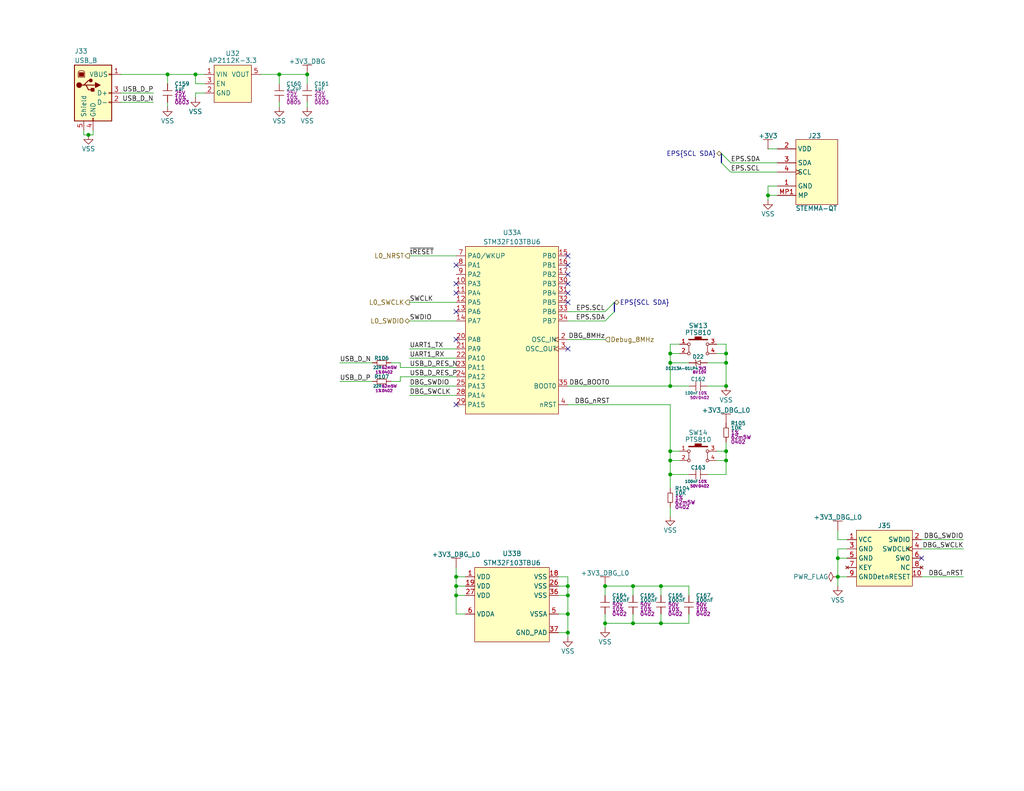
<source format=kicad_sch>
(kicad_sch (version 20250114) (generator "eeschema") (generator_version "9.0")
  (paper "USLetter")
  (title_block (title "STM32L0 Debugger") (date "2025-03-31") (rev "1") (comment 2 "PROTOTYPE") (comment 3 "2025"))
  (lib_symbols
    (symbol "STM32F103TBU6_1"
      (property "Reference" "U" (at 0 26.67 0))
      (property "Value" "STM32F103TBU6" (at 0 24.13 0))
      (symbol "STM32F103TBU6_1_1_0"
        (pin bidirectional line (at -15.24 20.32 0) (length 2.54) (name "PA0/WKUP") (number "7"))
        (pin bidirectional line (at -15.24 17.78 0) (length 2.54) (name "PA1") (number "8"))
        (pin bidirectional line (at -15.24 15.24 0) (length 2.54) (name "PA2") (number "9"))
        (pin bidirectional line (at -15.24 12.7 0) (length 2.54) (name "PA3") (number "10"))
        (pin bidirectional line (at -15.24 10.16 0) (length 2.54) (name "PA4") (number "11"))
        (pin bidirectional line (at -15.24 7.62 0) (length 2.54) (name "PA5") (number "12"))
        (pin bidirectional line (at -15.24 5.08 0) (length 2.54) (name "PA6") (number "13"))
        (pin bidirectional line (at -15.24 2.54 0) (length 2.54) (name "PA7") (number "14"))
        (pin bidirectional line (at -15.24 -2.54 0) (length 2.54) (name "PA8") (number "20"))
        (pin bidirectional line (at -15.24 -5.08 0) (length 2.54) (name "PA9") (number "21"))
        (pin bidirectional line (at -15.24 -7.62 0) (length 2.54) (name "PA10") (number "22"))
        (pin bidirectional line (at -15.24 -10.16 0) (length 2.54) (name "PA11") (number "23"))
        (pin bidirectional line (at -15.24 -12.7 0) (length 2.54) (name "PA12") (number "24"))
        (pin bidirectional line (at -15.24 -15.24 0) (length 2.54) (name "PA13") (number "25"))
        (pin bidirectional line (at -15.24 -17.78 0) (length 2.54) (name "PA14") (number "28"))
        (pin bidirectional line (at -15.24 -20.32 0) (length 2.54) (name "PA15") (number "29"))
        (pin bidirectional line (at 15.24 20.32 180) (length 2.54) (name "PB0") (number "15"))
        (pin bidirectional line (at 15.24 17.78 180) (length 2.54) (name "PB1") (number "16"))
        (pin bidirectional line (at 15.24 15.24 180) (length 2.54) (name "PB2") (number "17"))
        (pin bidirectional line (at 15.24 12.7 180) (length 2.54) (name "PB3") (number "30"))
        (pin bidirectional line (at 15.24 10.16 180) (length 2.54) (name "PB4") (number "31"))
        (pin bidirectional line (at 15.24 7.62 180) (length 2.54) (name "PB5") (number "32"))
        (pin bidirectional line (at 15.24 5.08 180) (length 2.54) (name "PB6") (number "33"))
        (pin bidirectional line (at 15.24 2.54 180) (length 2.54) (name "PB7") (number "34"))
        (pin input clock (at 15.24 -2.54 180) (length 2.54) (name "OSC_IN") (number "2"))
        (pin output clock (at 15.24 -5.08 180) (length 2.54) (name "OSC_OUT") (number "3"))
        (pin input line (at 15.24 -15.24 180) (length 2.54) (name "BOOT0") (number "35"))
        (pin input line (at 15.24 -20.32 180) (length 2.54) (name "nRST") (number "4"))
      )
      (symbol "STM32F103TBU6_1_1_1"
        (rectangle (start -12.7 22.86) (end 12.7 -22.86) (fill (type background)))
      )
      (symbol "STM32F103TBU6_1_2_0"
        (pin power_in line (at -12.7 7.62 0) (length 2.54) (name "VDD") (number "1"))
        (pin power_in line (at -12.7 5.08 0) (length 2.54) (name "VDD") (number "19"))
        (pin power_in line (at -12.7 2.54 0) (length 2.54) (name "VDD") (number "27"))
        (pin power_in line (at -12.7 -2.54 0) (length 2.54) (name "VDDA") (number "6"))
        (pin power_in line (at 12.7 7.62 180) (length 2.54) (name "VSS") (number "18"))
        (pin power_in line (at 12.7 5.08 180) (length 2.54) (name "VSS") (number "26"))
        (pin power_in line (at 12.7 2.54 180) (length 2.54) (name "VSS") (number "36"))
        (pin power_in line (at 12.7 -2.54 180) (length 2.54) (name "VSSA") (number "5"))
        (pin power_in line (at 12.7 -7.62 180) (length 2.54) (name "GND_PAD") (number "37"))
      )
      (symbol "STM32F103TBU6_1_2_1"
        (rectangle (start -10.16 10.16) (end 10.16 -10.16) (fill (type background)))
      )
    )
    (symbol "lib_pwr:+3V3" (power) (pin_numbers (hide yes)) (pin_names (offset 0) (hide yes))
      (property "Value" "+3V3" (at 0 3.556 0))
      (symbol "+3V3_0_1"
        (polyline (pts (xy -1.27 2.54) (xy 0 2.54)))
        (polyline (pts (xy 0 2.54) (xy 1.27 2.54)))
        (polyline (pts (xy 0 0) (xy 0 2.54)))
      )
      (symbol "+3V3_1_1"
        (pin power_in line (at 0 0 90) (length 0) (name "~") (number "1"))
      )
    )
    (symbol "lib_pwr:+3V3_DBG" (power) (pin_numbers (hide yes)) (pin_names (offset 0) (hide yes))
      (property "Value" "+3V3_DBG" (at 0 3.556 0))
      (symbol "+3V3_DBG_0_1"
        (polyline (pts (xy -1.27 2.54) (xy 0 2.54)))
        (polyline (pts (xy 0 2.54) (xy 1.27 2.54)))
        (polyline (pts (xy 0 0) (xy 0 2.54)))
      )
      (symbol "+3V3_DBG_1_1"
        (pin power_in line (at 0 0 90) (length 0) (name "~") (number "1"))
      )
    )
    (symbol "lib_pwr:+3V3_DBG_L0" (power) (pin_numbers (hide yes)) (pin_names (offset 0) (hide yes))
      (property "Value" "+3V3_DBG_L0" (at 0 3.556 0))
      (symbol "+3V3_DBG_L0_0_1"
        (polyline (pts (xy -1.27 2.54) (xy 0 2.54)))
        (polyline (pts (xy 0 2.54) (xy 1.27 2.54)))
        (polyline (pts (xy 0 0) (xy 0 2.54)))
      )
      (symbol "+3V3_DBG_L0_1_1"
        (pin power_in line (at 0 0 90) (length 0) (name "~") (number "1"))
      )
    )
    (symbol "lib_pwr:PWR_FLAG" (power) (pin_numbers (hide yes)) (pin_names (offset 0) (hide yes))
      (property "Value" "PWR_FLAG" (at 0 3.81 0))
      (symbol "PWR_FLAG_0_1"
        (polyline (pts (xy 0 1.27) (xy -1.27 1.905) (xy 0 2.54) (xy 1.27 1.905) (xy 0 1.27)))
        (polyline (pts (xy 0 0) (xy 0 1.27)))
      )
      (symbol "PWR_FLAG_1_1"
        (pin power_out line (at 0 0 90) (length 0) (name "~") (number "1"))
      )
    )
    (symbol "lib_pwr:VSS" (power) (pin_numbers (hide yes)) (pin_names (offset 0) (hide yes))
      (property "Value" "VSS" (at 0 -3.81 0))
      (symbol "VSS_0_1"
        (polyline (pts (xy 0 0) (xy 0 -1.27) (xy 1.27 -1.27) (xy 0 -2.54) (xy -1.27 -1.27) (xy 0 -1.27)))
      )
      (symbol "VSS_1_1"
        (pin power_in line (at 0 0 270) (length 0) (name "~") (number "1"))
      )
    )
    (symbol "lib_sch:AP2112K"
      (property "Reference" "U?" (at 0 8.255 0))
      (property "Value" "AP2112K" (at 0 6.35 0))
      (symbol "AP2112K_0_0"
        (pin power_in line (at -7.62 2.54 0) (length 2.54) (name "VIN") (number "1"))
        (pin input line (at -7.62 0 0) (length 2.54) (name "EN") (number "3"))
        (pin passive line (at -7.62 -2.54 0) (length 2.54) (name "GND") (number "2"))
        (pin power_out line (at 7.62 2.54 180) (length 2.54) (name "VOUT") (number "5"))
      )
      (symbol "AP2112K_1_0"
        (pin no_connect non_logic (at 7.62 -2.54 180) (length 2.54) (hide yes) (name "NC") (number "4"))
      )
      (symbol "AP2112K_1_1"
        (rectangle (start -5.08 5.08) (end 5.08 -5.08) (fill (type background)))
      )
    )
    (symbol "lib_sch:C" (pin_numbers (hide yes)) (pin_names (hide yes))
      (property "Reference" "C?" (at 1.905 2.54 0))
      (property "Value" "CAP" (at 1.905 1.27 0))
      (property "Tolerance" "TOL" (at 1.905 -1.27 0))
      (property "Voltage Rating" "VOLTAGE" (at 1.905 0 0))
      (property "Package" "PKG" (at 1.905 -2.54 0))
      (symbol "C_0_1"
        (polyline (pts (xy -1.27 0.635) (xy 1.27 0.635)))
        (polyline (pts (xy -1.27 -0.635) (xy 1.27 -0.635)))
      )
      (symbol "C_1_1"
        (pin passive line (at 0 2.54 270) (length 1.905) (name "") (number "1"))
        (pin passive line (at 0 -2.54 90) (length 1.905) (name "") (number "2"))
      )
    )
    (symbol "lib_sch:C_horizontal"
      (property "Reference" "C?" (at 0 1.905 0))
      (property "Value" "CAP" (at 0 -1.905 0))
      (property "Tolerance" "TOL" (at 0 -1.905 0))
      (property "Voltage Rating" "VOLT" (at 0 -3.175 0))
      (property "Package" "PKG" (at 0 -3.175 0))
      (symbol "C_horizontal_0_1"
        (polyline (pts (xy -0.635 -1.27) (xy -0.635 1.27)))
        (polyline (pts (xy 0.635 -1.27) (xy 0.635 1.27)))
      )
      (symbol "C_horizontal_1_1"
        (pin passive line (at -2.54 0 0) (length 1.905) (name "") (number "1"))
        (pin passive line (at 2.54 0 180) (length 1.905) (name "") (number "2"))
      )
    )
    (symbol "lib_sch:D_TVS_single_horizontal" (pin_numbers (hide yes))
      (property "Reference" "D" (at 0 1.651 0))
      (property "Value" "VAL" (at 0 -1.524 0))
      (property "Voltage - Reverse Stabdoff" "VRM" (at 0 -1.524 0))
      (property "Voltage - Breakdown" "VBR" (at 0 -2.54 0))
      (property "Voltage - Clamping" "VCL" (at 0 -2.54 0))
      (symbol "D_TVS_single_horizontal_0_1"
        (polyline (pts (xy 0.635 0) (xy 0.635 0.635) (xy 0.889 0.889)))
        (polyline (pts (xy 0.635 0) (xy 0.635 -0.635) (xy 0.381 -0.889)))
      )
      (symbol "D_TVS_single_horizontal_1_0"
        (pin passive line (at -2.54 0 0) (length 1.905) (name "") (number "2"))
        (pin passive line (at 2.54 0 180) (length 1.905) (name "") (number "1"))
      )
      (symbol "D_TVS_single_horizontal_1_1"
        (polyline (pts (xy -0.635 0.635) (xy -0.635 -0.635) (xy 0.635 0) (xy -0.635 0.635)) (stroke (width 0.1524)))
      )
    )
    (symbol "lib_sch:JTAG-10"
      (property "Reference" "J?" (at 0 8.89 0))
      (symbol "JTAG-10_0_0"
        (pin power_in line (at -10.16 5.08 0) (length 2.54) (name "VCC") (number "1"))
        (pin no_connect line (at -10.16 -2.54 0) (length 2.54) (name "KEY") (number "7"))
        (pin input line (at 10.16 -5.08 180) (length 2.54) (name "nRESET") (number "10"))
      )
      (symbol "JTAG-10_1_0"
        (pin power_in line (at -10.16 2.54 0) (length 2.54) (name "GND") (number "3"))
        (pin power_in line (at -10.16 0 0) (length 2.54) (name "GND") (number "5"))
        (pin power_in line (at -10.16 -5.08 0) (length 2.54) (name "GNDDet") (number "9"))
        (pin bidirectional line (at 10.16 5.08 180) (length 2.54) (name "SWDIO") (number "2"))
        (pin input clock (at 10.16 2.54 180) (length 2.54) (name "SWDCLK") (number "4"))
        (pin output line (at 10.16 0 180) (length 2.54) (name "SWO") (number "6"))
        (pin no_connect line (at 10.16 -2.54 180) (length 2.54) (name "NC") (number "8"))
      )
      (symbol "JTAG-10_1_1"
        (rectangle (start -7.62 7.62) (end 7.62 -7.62) (fill (type background)))
      )
    )
    (symbol "lib_sch:R"
      (property "Reference" "R?" (at 1.27 2.54 0))
      (property "Value" "VAL" (at 1.27 1.27 0))
      (property "Tolerance" "TOL" (at 1.27 0 0))
      (property "Power Rating" "PWR" (at 1.27 -1.27 0))
      (property "Package" "PKG" (at 1.27 -2.54 0))
      (symbol "R_0_1"
        (polyline (pts (xy -0.635 1.27) (xy -0.635 -1.27) (xy 0.635 -1.27) (xy 0.635 1.27) (xy -0.635 1.27)))
      )
      (symbol "R_1_1"
        (pin passive line (at 0 2.54 270) (length 1.27) (name "") (number "1"))
        (pin passive line (at 0 -2.54 90) (length 1.27) (name "") (number "2"))
      )
    )
    (symbol "lib_sch:R_horizontal"
      (property "Reference" "R?" (at 0 1.27 0))
      (property "Value" "VAL" (at 0 -1.27 0))
      (property "Tolerance" "TOL" (at 0 -2.54 0))
      (property "Power Rating" "PWR" (at 0 -1.27 0))
      (property "Package" "PKG" (at 0 -2.54 0))
      (symbol "R_horizontal_0_1"
        (polyline (pts (xy -1.27 -0.635) (xy 1.27 -0.635) (xy 1.27 0.635) (xy -1.27 0.635) (xy -1.27 -0.635)))
      )
      (symbol "R_horizontal_1_1"
        (pin passive line (at -2.54 0 0) (length 1.27) (name "") (number "1"))
        (pin passive line (at 2.54 0 180) (length 1.27) (name "") (number "2"))
      )
    )
    (symbol "lib_sch:SPST-NO Button" (pin_names (offset 1.016))
      (property "Reference" "SW?" (at 0 6.35 0))
      (property "Value" "VAL" (at 0 4.445 0))
      (symbol "SPST-NO Button_0_0"
        (polyline (pts (xy -2.54 0.889) (xy -2.54 -0.889)))
        (polyline (pts (xy 2.54 0.889) (xy 2.54 -0.889)))
      )
      (symbol "SPST-NO Button_0_1"
        (circle (center -2.54 1.27) (radius 0.381))
        (circle (center -2.54 -1.27) (radius 0.381))
        (circle (center 2.54 1.27) (radius 0.381))
        (circle (center 2.54 -1.27) (radius 0.381))
      )
      (symbol "SPST-NO Button_1_0"
        (polyline (pts (xy -2.54 2.54) (xy 2.54 2.54)) (stroke (width 0.381)))
        (rectangle (start -0.889 3.302) (end 0.889 2.54) (fill (type outline)))
        (pin passive line (at -5.08 1.27 0) (length 2.159) (name "") (number "1"))
        (pin passive line (at -5.08 -1.27 0) (length 2.159) (name "") (number "2"))
        (pin passive line (at 5.08 1.27 180) (length 2.159) (name "") (number "3"))
        (pin passive line (at 5.08 -1.27 180) (length 2.159) (name "") (number "4"))
      )
    )
    (symbol "lib_sch:STEMMA-QT"
      (property "Reference" "J" (at 2.54 9.906 0))
      (property "Value" "STEMMA-QT" (at 3.048 -9.906 0))
      (symbol "STEMMA-QT_1_0"
        (pin power_in line (at -7.62 6.35 0) (length 5.08) (name "VDD") (number "2"))
        (pin bidirectional line (at -7.62 2.54 0) (length 5.08) (name "SDA") (number "3"))
        (pin bidirectional clock (at -7.62 0 0) (length 5.08) (name "SCL") (number "4"))
        (pin power_in line (at -7.62 -3.81 0) (length 5.08) (name "GND") (number "1"))
        (pin passive line (at -7.62 -6.35 0) (length 5.08) (name "MP") (number "MP1"))
        (pin passive line (at -7.62 -6.35 0) (length 5.08) (hide yes) (name "MP") (number "MP2"))
      )
      (symbol "STEMMA-QT_1_1"
        (rectangle (start -2.54 8.89) (end 8.89 -8.89) (fill (type background)))
      )
    )
    (symbol "lib_sch:STM32F103TBU6"
      (property "Reference" "U" (at 0 26.67 0))
      (property "Value" "STM32F103TBU6" (at 0 24.13 0))
      (symbol "STM32F103TBU6_1_0"
        (pin bidirectional line (at -15.24 20.32 0) (length 2.54) (name "PA0/WKUP") (number "7"))
        (pin bidirectional line (at -15.24 17.78 0) (length 2.54) (name "PA1") (number "8"))
        (pin bidirectional line (at -15.24 15.24 0) (length 2.54) (name "PA2") (number "9"))
        (pin bidirectional line (at -15.24 12.7 0) (length 2.54) (name "PA3") (number "10"))
        (pin bidirectional line (at -15.24 10.16 0) (length 2.54) (name "PA4") (number "11"))
        (pin bidirectional line (at -15.24 7.62 0) (length 2.54) (name "PA5") (number "12"))
        (pin bidirectional line (at -15.24 5.08 0) (length 2.54) (name "PA6") (number "13"))
        (pin bidirectional line (at -15.24 2.54 0) (length 2.54) (name "PA7") (number "14"))
        (pin bidirectional line (at -15.24 -2.54 0) (length 2.54) (name "PA8") (number "20"))
        (pin bidirectional line (at -15.24 -5.08 0) (length 2.54) (name "PA9") (number "21"))
        (pin bidirectional line (at -15.24 -7.62 0) (length 2.54) (name "PA10") (number "22"))
        (pin bidirectional line (at -15.24 -10.16 0) (length 2.54) (name "PA11") (number "23"))
        (pin bidirectional line (at -15.24 -12.7 0) (length 2.54) (name "PA12") (number "24"))
        (pin bidirectional line (at -15.24 -15.24 0) (length 2.54) (name "PA13") (number "25"))
        (pin bidirectional line (at -15.24 -17.78 0) (length 2.54) (name "PA14") (number "28"))
        (pin bidirectional line (at -15.24 -20.32 0) (length 2.54) (name "PA15") (number "29"))
        (pin input clock (at 12.7 -2.54 0) (length 2.54) (name "OSC_IN") (number "2"))
        (pin output clock (at 12.7 -5.08 0) (length 2.54) (name "OSC_OUT") (number "3"))
        (pin bidirectional line (at 15.24 20.32 180) (length 2.54) (name "PB0") (number "15"))
        (pin bidirectional line (at 15.24 17.78 180) (length 2.54) (name "PB1") (number "16"))
        (pin bidirectional line (at 15.24 15.24 180) (length 2.54) (name "PB2") (number "17"))
        (pin bidirectional line (at 15.24 12.7 180) (length 2.54) (name "PB3") (number "30"))
        (pin bidirectional line (at 15.24 10.16 180) (length 2.54) (name "PB4") (number "31"))
        (pin bidirectional line (at 15.24 7.62 180) (length 2.54) (name "PB5") (number "32"))
        (pin bidirectional line (at 15.24 5.08 180) (length 2.54) (name "PB6") (number "33"))
        (pin bidirectional line (at 15.24 2.54 180) (length 2.54) (name "PB7") (number "34"))
        (pin input line (at 15.24 -12.7 180) (length 2.54) (name "BOOT0") (number "35"))
        (pin input line (at 15.24 -20.32 180) (length 2.54) (name "nRST") (number "4"))
      )
      (symbol "STM32F103TBU6_1_1"
        (rectangle (start -12.7 22.86) (end 12.7 -22.86) (fill (type background)))
      )
      (symbol "STM32F103TBU6_2_0"
        (pin power_in line (at -12.7 7.62 0) (length 2.54) (name "VDD") (number "1"))
        (pin power_in line (at -12.7 5.08 0) (length 2.54) (name "VDD") (number "19"))
        (pin power_in line (at -12.7 2.54 0) (length 2.54) (name "VDD") (number "27"))
        (pin power_in line (at -12.7 -2.54 0) (length 2.54) (name "VDDA") (number "6"))
        (pin power_in line (at 12.7 7.62 180) (length 2.54) (name "VSS") (number "18"))
        (pin power_in line (at 12.7 5.08 180) (length 2.54) (name "VSS") (number "26"))
        (pin power_in line (at 12.7 2.54 180) (length 2.54) (name "VSS") (number "36"))
        (pin power_in line (at 12.7 -2.54 180) (length 2.54) (name "VSSA") (number "5"))
        (pin power_in line (at 12.7 -7.62 180) (length 2.54) (name "GND_PAD") (number "37"))
      )
      (symbol "STM32F103TBU6_2_1"
        (rectangle (start -10.16 10.16) (end 10.16 -10.16) (fill (type background)))
      )
    )
    (symbol "lib_sch:USB_B" (pin_names (offset 1.016))
      (property "Reference" "J" (at -5.08 11.43 0))
      (property "Value" "USB_B" (at -5.08 8.89 0))
      (symbol "USB_B_0_1"
        (rectangle (start -5.08 -7.62) (end 5.08 7.62) (stroke (width 0.254)) (fill (type background)))
        (polyline (pts (xy -4.064 4.318) (xy -2.286 4.318) (xy -2.286 5.715) (xy -2.667 6.096) (xy -3.683 6.096) (xy -4.064 5.715) (xy -4.064 4.318)))
        (rectangle (start -3.81 5.588) (end -2.54 4.572) (fill (type outline)))
        (circle (center -3.81 2.159) (radius 0.635) (stroke (width 0.254)) (fill (type outline)))
        (polyline (pts (xy -3.175 2.159) (xy -2.54 2.159) (xy -1.27 3.429) (xy -0.635 3.429)) (stroke (width 0.254)))
        (polyline (pts (xy -2.54 2.159) (xy -1.905 2.159) (xy -1.27 0.889) (xy 0 0.889)) (stroke (width 0.254)))
        (polyline (pts (xy -1.905 2.159) (xy 0.635 2.159)) (stroke (width 0.254)))
        (circle (center -0.635 3.429) (radius 0.381) (stroke (width 0.254)) (fill (type outline)))
        (rectangle (start -0.127 -7.62) (end 0.127 -6.858))
        (rectangle (start 0.254 1.27) (end -0.508 0.508) (stroke (width 0.254)) (fill (type outline)))
        (polyline (pts (xy 0.635 2.794) (xy 0.635 1.524) (xy 1.905 2.159) (xy 0.635 2.794)) (stroke (width 0.254)) (fill (type outline)))
        (rectangle (start 5.08 4.953) (end 4.318 5.207))
        (rectangle (start 5.08 -0.127) (end 4.318 0.127))
        (rectangle (start 5.08 -2.667) (end 4.318 -2.413))
      )
      (symbol "USB_B_1_1"
        (pin passive line (at -2.54 -10.16 90) (length 2.54) (name "Shield") (number "5"))
        (pin power_out line (at 0 -10.16 90) (length 2.54) (name "GND") (number "4"))
        (pin power_out line (at 7.62 5.08 180) (length 2.54) (name "VBUS") (number "1"))
        (pin bidirectional line (at 7.62 0 180) (length 2.54) (name "D+") (number "3"))
        (pin bidirectional line (at 7.62 -2.54 180) (length 2.54) (name "D-") (number "2"))
      )
    )
  )
  (junction (at 182.88 125.73))
  (junction (at 24.13 36.83))
  (junction (at 45.72 20.32))
  (junction (at 198.12 123.19))
  (junction (at 198.12 125.73))
  (junction (at 165.1 160.02))
  (junction (at 172.72 160.02))
  (junction (at 182.88 105.41))
  (junction (at 182.88 96.52))
  (junction (at 76.2 20.32))
  (junction (at 198.12 96.52))
  (junction (at 53.34 20.32))
  (junction (at 124.46 160.02))
  (junction (at 228.6 157.48))
  (junction (at 154.94 160.02))
  (junction (at 198.12 105.41))
  (junction (at 180.34 170.18))
  (junction (at 83.82 20.32))
  (junction (at 124.46 157.48))
  (junction (at 165.1 170.18))
  (junction (at 182.88 123.19))
  (junction (at 209.55 53.34))
  (junction (at 154.94 172.72))
  (junction (at 154.94 167.64))
  (junction (at 154.94 162.56))
  (junction (at 228.6 152.4))
  (junction (at 182.88 129.54))
  (junction (at 198.12 99.06))
  (junction (at 180.34 160.02))
  (junction (at 124.46 162.56))
  (junction (at 182.88 99.06))
  (junction (at 172.72 170.18))
  (no_connect (at 124.46 85.09))
  (no_connect (at 124.46 110.49))
  (no_connect (at 124.46 80.01))
  (no_connect (at 154.94 72.39))
  (no_connect (at 154.94 74.93))
  (no_connect (at 124.46 77.47))
  (no_connect (at 154.94 95.25))
  (no_connect (at 251.46 152.4))
  (no_connect (at 154.94 82.55))
  (no_connect (at 124.46 72.39))
  (no_connect (at 154.94 77.47))
  (no_connect (at 154.94 69.85))
  (no_connect (at 124.46 92.71))
  (no_connect (at 154.94 80.01))
  (bus_entry (at 199.39 46.99) (size -2.54 -2.54))
  (bus_entry (at 199.39 44.45) (size -2.54 -2.54))
  (bus_entry (at 165.1 85.09) (size 2.54 -2.54))
  (bus_entry (at 165.1 87.63) (size 2.54 -2.54))
  (wire (pts (xy 182.88 125.73) (xy 182.88 129.54)))
  (wire (pts (xy 180.34 170.18) (xy 172.72 170.18)))
  (wire (pts (xy 124.46 162.56) (xy 127 162.56)))
  (wire (pts (xy 109.22 99.06) (xy 109.22 100.33)))
  (wire (pts (xy 198.12 96.52) (xy 198.12 99.06)))
  (wire (pts (xy 45.72 27.94) (xy 45.72 29.21)))
  (wire (pts (xy 228.6 144.78) (xy 228.6 147.32)))
  (wire (pts (xy 182.88 125.73) (xy 185.42 125.73)))
  (wire (pts (xy 111.76 69.85) (xy 124.46 69.85)))
  (wire (pts (xy 228.6 152.4) (xy 228.6 157.48)))
  (wire (pts (xy 154.94 92.71) (xy 165.1 92.71)))
  (wire (pts (xy 24.13 36.83) (xy 22.86 36.83)))
  (wire (pts (xy 152.4 162.56) (xy 154.94 162.56)))
  (wire (pts (xy 154.94 162.56) (xy 154.94 167.64)))
  (wire (pts (xy 83.82 27.94) (xy 83.82 29.21)))
  (wire (pts (xy 187.96 170.18) (xy 180.34 170.18)))
  (wire (pts (xy 172.72 170.18) (xy 165.1 170.18)))
  (wire (pts (xy 53.34 26.67) (xy 53.34 25.4)))
  (wire (pts (xy 53.34 22.86) (xy 53.34 20.32)))
  (wire (pts (xy 154.94 87.63) (xy 165.1 87.63)))
  (wire (pts (xy 180.34 160.02) (xy 180.34 162.56)))
  (wire (pts (xy 124.46 157.48) (xy 124.46 160.02)))
  (wire (pts (xy 124.46 162.56) (xy 124.46 167.64)))
  (wire (pts (xy 209.55 54.61) (xy 209.55 53.34)))
  (wire (pts (xy 195.58 96.52) (xy 198.12 96.52)))
  (wire (pts (xy 180.34 160.02) (xy 172.72 160.02)))
  (wire (pts (xy 228.6 149.86) (xy 228.6 152.4)))
  (wire (pts (xy 92.71 99.06) (xy 101.6 99.06)))
  (wire (pts (xy 172.72 167.64) (xy 172.72 170.18)))
  (wire (pts (xy 195.58 93.98) (xy 198.12 93.98)))
  (wire (pts (xy 154.94 160.02) (xy 154.94 162.56)))
  (wire (pts (xy 193.04 99.06) (xy 198.12 99.06)))
  (wire (pts (xy 124.46 154.94) (xy 124.46 157.48)))
  (wire (pts (xy 187.96 167.64) (xy 187.96 170.18)))
  (wire (pts (xy 33.02 20.32) (xy 45.72 20.32)))
  (wire (pts (xy 195.58 125.73) (xy 198.12 125.73)))
  (wire (pts (xy 55.88 22.86) (xy 53.34 22.86)))
  (wire (pts (xy 182.88 99.06) (xy 182.88 105.41)))
  (wire (pts (xy 198.12 129.54) (xy 193.04 129.54)))
  (wire (pts (xy 45.72 20.32) (xy 53.34 20.32)))
  (wire (pts (xy 33.02 25.4) (xy 41.91 25.4)))
  (wire (pts (xy 209.55 53.34) (xy 212.09 53.34)))
  (wire (pts (xy 185.42 123.19) (xy 182.88 123.19)))
  (wire (pts (xy 182.88 129.54) (xy 187.96 129.54)))
  (wire (pts (xy 185.42 93.98) (xy 182.88 93.98)))
  (wire (pts (xy 187.96 160.02) (xy 187.96 162.56)))
  (wire (pts (xy 111.76 82.55) (xy 124.46 82.55)))
  (wire (pts (xy 195.58 123.19) (xy 198.12 123.19)))
  (wire (pts (xy 33.02 27.94) (xy 41.91 27.94)))
  (wire (pts (xy 182.88 99.06) (xy 187.96 99.06)))
  (wire (pts (xy 25.4 35.56) (xy 25.4 36.83)))
  (wire (pts (xy 76.2 20.32) (xy 71.12 20.32)))
  (wire (pts (xy 182.88 96.52) (xy 182.88 99.06)))
  (wire (pts (xy 251.46 147.32) (xy 262.89 147.32)))
  (wire (pts (xy 187.96 160.02) (xy 180.34 160.02)))
  (wire (pts (xy 154.94 172.72) (xy 154.94 167.64)))
  (wire (pts (xy 182.88 123.19) (xy 182.88 125.73)))
  (wire (pts (xy 228.6 147.32) (xy 231.14 147.32)))
  (wire (pts (xy 111.76 97.79) (xy 124.46 97.79)))
  (wire (pts (xy 109.22 104.14) (xy 109.22 102.87)))
  (wire (pts (xy 124.46 160.02) (xy 124.46 162.56)))
  (wire (pts (xy 228.6 157.48) (xy 231.14 157.48)))
  (wire (pts (xy 182.88 123.19) (xy 182.88 110.49)))
  (wire (pts (xy 152.4 172.72) (xy 154.94 172.72)))
  (wire (pts (xy 172.72 160.02) (xy 172.72 162.56)))
  (wire (pts (xy 53.34 25.4) (xy 55.88 25.4)))
  (wire (pts (xy 111.76 87.63) (xy 124.46 87.63)))
  (wire (pts (xy 111.76 105.41) (xy 124.46 105.41)))
  (wire (pts (xy 76.2 27.94) (xy 76.2 29.21)))
  (bus (pts (xy 196.85 44.45) (xy 196.85 41.91)))
  (wire (pts (xy 165.1 170.18) (xy 165.1 167.64)))
  (wire (pts (xy 199.39 46.99) (xy 212.09 46.99)))
  (wire (pts (xy 251.46 157.48) (xy 262.89 157.48)))
  (wire (pts (xy 231.14 149.86) (xy 228.6 149.86)))
  (wire (pts (xy 154.94 167.64) (xy 152.4 167.64)))
  (wire (pts (xy 154.94 173.99) (xy 154.94 172.72)))
  (wire (pts (xy 212.09 50.8) (xy 209.55 50.8)))
  (wire (pts (xy 251.46 149.86) (xy 262.89 149.86)))
  (wire (pts (xy 209.55 50.8) (xy 209.55 53.34)))
  (wire (pts (xy 83.82 20.32) (xy 76.2 20.32)))
  (wire (pts (xy 165.1 160.02) (xy 165.1 162.56)))
  (wire (pts (xy 172.72 160.02) (xy 165.1 160.02)))
  (wire (pts (xy 124.46 157.48) (xy 127 157.48)))
  (wire (pts (xy 154.94 85.09) (xy 165.1 85.09)))
  (wire (pts (xy 83.82 22.86) (xy 83.82 20.32)))
  (wire (pts (xy 199.39 44.45) (xy 212.09 44.45)))
  (wire (pts (xy 53.34 20.32) (xy 55.88 20.32)))
  (wire (pts (xy 109.22 102.87) (xy 124.46 102.87)))
  (wire (pts (xy 76.2 22.86) (xy 76.2 20.32)))
  (wire (pts (xy 198.12 125.73) (xy 198.12 129.54)))
  (wire (pts (xy 198.12 93.98) (xy 198.12 96.52)))
  (bus (pts (xy 167.64 82.55) (xy 167.64 85.09)))
  (wire (pts (xy 106.68 99.06) (xy 109.22 99.06)))
  (wire (pts (xy 182.88 105.41) (xy 187.96 105.41)))
  (wire (pts (xy 25.4 36.83) (xy 24.13 36.83)))
  (wire (pts (xy 45.72 20.32) (xy 45.72 22.86)))
  (wire (pts (xy 111.76 107.95) (xy 124.46 107.95)))
  (wire (pts (xy 92.71 104.14) (xy 101.6 104.14)))
  (wire (pts (xy 124.46 160.02) (xy 127 160.02)))
  (wire (pts (xy 152.4 160.02) (xy 154.94 160.02)))
  (wire (pts (xy 154.94 110.49) (xy 182.88 110.49)))
  (wire (pts (xy 182.88 96.52) (xy 185.42 96.52)))
  (wire (pts (xy 209.55 40.64) (xy 212.09 40.64)))
  (wire (pts (xy 154.94 157.48) (xy 154.94 160.02)))
  (wire (pts (xy 193.04 105.41) (xy 198.12 105.41)))
  (wire (pts (xy 111.76 95.25) (xy 124.46 95.25)))
  (wire (pts (xy 22.86 36.83) (xy 22.86 35.56)))
  (wire (pts (xy 124.46 167.64) (xy 127 167.64)))
  (wire (pts (xy 154.94 105.41) (xy 182.88 105.41)))
  (wire (pts (xy 180.34 167.64) (xy 180.34 170.18)))
  (wire (pts (xy 106.68 104.14) (xy 109.22 104.14)))
  (wire (pts (xy 198.12 99.06) (xy 198.12 105.41)))
  (wire (pts (xy 231.14 152.4) (xy 228.6 152.4)))
  (wire (pts (xy 198.12 123.19) (xy 198.12 125.73)))
  (wire (pts (xy 109.22 100.33) (xy 124.46 100.33)))
  (wire (pts (xy 165.1 170.18) (xy 165.1 171.45)))
  (wire (pts (xy 152.4 157.48) (xy 154.94 157.48)))
  (wire (pts (xy 182.88 129.54) (xy 182.88 133.35)))
  (wire (pts (xy 182.88 138.43) (xy 182.88 140.97)))
  (wire (pts (xy 228.6 157.48) (xy 228.6 160.02)))
  (wire (pts (xy 198.12 120.65) (xy 198.12 123.19)))
  (wire (pts (xy 182.88 93.98) (xy 182.88 96.52)))
  (label "DBG_nRST" (at 262.89 157.48 180))
  (label "USB_D_P" (at 41.91 25.4 180))
  (label "USB_D_RES_P" (at 111.76 102.87 0))
  (label "DBG_BOOT0" (at 166.37 105.41 180))
  (label "USB_D_N" (at 41.91 27.94 180))
  (label "DBG_8MHz" (at 165.1 92.71 180))
  (label "EPS.SDA" (at 165.1 87.63 180))
  (label "DBG_SWCLK" (at 111.76 107.95 0))
  (label "DBG_SWDIO" (at 262.89 147.32 180))
  (label "USB_D_RES_N" (at 111.76 100.33 0))
  (label "USB_D_N" (at 92.71 99.06 0))
  (label "SWCLK" (at 111.76 82.55 0))
  (label "~{tRESET}" (at 111.76 69.85 0))
  (label "EPS.SCL" (at 165.1 85.09 180))
  (label "UART1_RX" (at 111.76 97.79 0))
  (label "EPS.SDA" (at 199.39 44.45 0))
  (label "EPS.SCL" (at 199.39 46.99 0))
  (label "SWDIO" (at 111.76 87.63 0))
  (label "USB_D_P" (at 92.71 104.14 0))
  (label "UART1_TX" (at 111.76 95.25 0))
  (label "DBG_SWDIO" (at 111.76 105.41 0))
  (label "DBG_nRST" (at 166.37 110.49 180))
  (label "DBG_SWCLK" (at 262.89 149.86 180))
  (hierarchical_label "L0_SWDIO" (shape bidirectional) (at 111.76 87.63 180))
  (hierarchical_label "EPS{SCL SDA}" (shape bidirectional) (at 196.85 41.91 180))
  (hierarchical_label "L0_SWCLK" (shape output) (at 111.76 82.55 180))
  (hierarchical_label "EPS{SCL SDA}" (shape bidirectional) (at 167.64 82.55 0))
  (hierarchical_label "Debug_8MHz" (shape input) (at 165.1 92.71 0))
  (hierarchical_label "L0_NRST" (shape output) (at 111.76 69.85 180))
  (symbol (lib_id "lib_sch:R") (at 182.88 135.89 0) (unit 1)
    (property "Reference" "R104" (at 184.15 133.35 0) (effects (font (size 1.016 1.016)) (justify left)))
    (property "Value" "10K" (at 184.15 134.62 0) (effects (font (size 1.016 1.016)) (justify left)))
    (property "Footprint" "lib_passives:CRCW0402" (effects (hide yes)))
    (property "Datasheet" "datasheets/Vishay-Dale-DCRCWe3.pdf" (effects (hide yes)))
    (property "Description" "RES SMD 10K OHM 1% 1/16W 0402" (effects (hide yes)))
    (property "Manufacturer" "Vishay Dale" (effects (hide yes)))
    (property "MPN" "CRCW040210K0FKED" (effects (hide yes)))
    (property "DKPN" "541-10.0KLCT-ND" (effects (hide yes)))
    (property "Tolerance" "1%" (at 184.15 135.89 0) (effects (font (size 1.016 1.016)) (justify left)))
    (property "Power Rating" "62m5W" (at 184.15 137.16 0) (effects (font (size 1.016 1.016)) (justify left)))
    (property "Package" "0402" (at 184.15 138.43 0) (effects (font (size 1.016 1.016)) (justify left)))
  )
  (symbol (lib_id "lib_pwr:VSS") (at 228.6 160.02 0) (unit 1)
    (property "Reference" "#PWR0314" (effects (hide yes)))
    (property "Value" "VSS" (at 228.6 163.83 0))
  )
  (symbol (lib_id "lib_sch:SPST-NO Button") (at 190.5 124.46 0) (unit 1)
    (property "Reference" "SW14" (at 190.5 118.11 0))
    (property "Value" "PTS810" (at 190.5 120.015 0))
    (property "Footprint" "lib_switches:PTS810" (effects (hide yes)))
    (property "Datasheet" "datasheets/C&K-PTS810.pdf" (effects (hide yes)))
    (property "Description" "SWITCH TACTILE SPST-NO 0.05A 16V" (effects (hide yes)))
    (property "Manufacturer" "C&K" (effects (hide yes)))
    (property "MPN" "PTS810SJM250SMTR LFS" (effects (hide yes)))
    (property "DKPN" "CKN10502CT-ND" (effects (hide yes)))
  )
  (symbol (lib_id "lib_pwr:VSS") (at 45.72 29.21 0) (unit 1)
    (property "Reference" "#PWR0348" (effects (hide yes)))
    (property "Value" "VSS" (at 45.72 33.02 0))
  )
  (symbol (lib_id "lib_sch:C_horizontal") (at 190.5 129.54 0) (unit 1)
    (property "Reference" "C163" (at 190.5 127.635 0) (effects (font (size 1.016 1.016))))
    (property "Value" "100nF" (at 190.5 131.445 0) (effects (font (size 0.762 0.762)) (justify right)))
    (property "Footprint" "lib_passives:GCM0402" (effects (hide yes)))
    (property "Datasheet" "datasheets/Murata-Electronics-GRT155R71H104KE01.pdf" (effects (hide yes)))
    (property "Description" "CAP CER 0.1UF 50V X7R 0402" (effects (hide yes)))
    (property "Manufacturer" "Murata Electronics" (effects (hide yes)))
    (property "MPN" "GRT155R71H104KE01D" (effects (hide yes)))
    (property "DKPN" "490-GRT155R71H104KE01DCT-ND" (effects (hide yes)))
    (property "Voltage Rating" "50V" (at 190.5 132.715 0) (effects (font (size 0.762 0.762)) (justify right)))
    (property "Package" "0402" (at 190.5 132.715 0) (effects (font (size 0.762 0.762)) (justify left)))
    (property "Tolerance" "10%" (at 190.5 131.445 0) (effects (font (size 0.762 0.762)) (justify left)))
  )
  (symbol (lib_id "lib_sch:R") (at 198.12 118.11 0) (unit 1)
    (property "Reference" "R105" (at 199.39 115.57 0) (effects (font (size 1.016 1.016)) (justify left)))
    (property "Value" "10K" (at 199.39 116.84 0) (effects (font (size 1.016 1.016)) (justify left)))
    (property "Footprint" "lib_passives:CRCW0402" (effects (hide yes)))
    (property "Datasheet" "datasheets/Vishay-Dale-DCRCWe3.pdf" (effects (hide yes)))
    (property "Description" "RES SMD 10K OHM 1% 1/16W 0402" (effects (hide yes)))
    (property "Manufacturer" "Vishay Dale" (effects (hide yes)))
    (property "MPN" "CRCW040210K0FKED" (effects (hide yes)))
    (property "DKPN" "541-10.0KLCT-ND" (effects (hide yes)))
    (property "Tolerance" "1%" (at 199.39 118.11 0) (effects (font (size 1.016 1.016)) (justify left)))
    (property "Power Rating" "62m5W" (at 199.39 119.38 0) (effects (font (size 1.016 1.016)) (justify left)))
    (property "Package" "0402" (at 199.39 120.65 0) (effects (font (size 1.016 1.016)) (justify left)))
  )
  (symbol (lib_id "lib_pwr:+3V3_DBG") (at 83.82 20.32 0) (unit 1)
    (property "Reference" "#PWR0351" (effects (hide yes)))
    (property "Value" "+3V3_DBG" (at 83.82 16.764 0))
  )
  (symbol (lib_id "lib_sch:C") (at 45.72 25.4 0) (unit 1)
    (property "Reference" "C159" (at 47.625 22.86 0) (effects (font (size 1.016 1.016)) (justify left)))
    (property "Value" "1uF" (at 47.625 24.13 0) (effects (font (size 1.016 1.016)) (justify left)))
    (property "Footprint" "lib_passives:GRT0603" (effects (hide yes)))
    (property "Datasheet" "datasheets/Murata-Electronics-GRT188R71E105KE13.pdf" (effects (hide yes)))
    (property "Description" "CAP CER 1UF 25V X7R 0603" (effects (hide yes)))
    (property "Manufacturer" "Murata Electronics" (effects (hide yes)))
    (property "MPN" "GRT188R71E105KE13D" (effects (hide yes)))
    (property "DKPN" "490-GRT188R71E105KE13DCT-ND" (effects (hide yes)))
    (property "Tolerance" "10%" (at 47.625 26.67 0) (effects (font (size 1.016 1.016)) (justify left)))
    (property "Voltage Rating" "25V" (at 47.625 25.4 0) (effects (font (size 1.016 1.016)) (justify left)))
    (property "Package" "0603" (at 47.625 27.94 0) (effects (font (size 1.016 1.016)) (justify left)))
  )
  (symbol (lib_id "lib_sch:STM32F103TBU6") (at 139.7 165.1 0) (unit 2)
    (property "Reference" "U33" (at 139.7 151.13 0))
    (property "Value" "STM32F103TBU6" (at 139.7 153.67 0))
    (property "Footprint" "lib_ICs:QFN50P600X600X100-36" (effects (hide yes)))
    (property "Datasheet" "datasheets/ST-STM32F103CB.pdf" (effects (hide yes)))
    (property "Description" "IC MCU 32BIT 128KB FLSH 36VFQFPN" (effects (hide yes)))
    (property "Manufacturer" "STMicroelectronics" (effects (hide yes)))
    (property "MPN" "STM32F103TBU6" (effects (hide yes)))
    (property "DKPN" "497-11534-ND" (effects (hide yes)))
  )
  (symbol (lib_id "lib_pwr:VSS") (at 24.13 36.83 0) (unit 1)
    (property "Reference" "#PWR0347" (effects (hide yes)))
    (property "Value" "VSS" (at 24.13 40.64 0))
  )
  (symbol (lib_id "lib_pwr:VSS") (at 182.88 140.97 0) (unit 1)
    (property "Reference" "#PWR0353" (effects (hide yes)))
    (property "Value" "VSS" (at 182.88 144.78 0))
  )
  (symbol (lib_id "lib_pwr:VSS") (at 209.55 54.61 0) (unit 1)
    (property "Reference" "#PWR0200" (effects (hide yes)))
    (property "Value" "VSS" (at 209.55 58.42 0))
  )
  (symbol (lib_id "lib_sch:R_horizontal") (at 104.14 104.14 0) (unit 1)
    (property "Reference" "R107" (at 104.14 102.87 0) (effects (font (size 1.016 1.016))))
    (property "Value" "22R" (at 104.14 105.41 0) (effects (font (size 0.762 0.762)) (justify right)))
    (property "Footprint" "lib_passives:CRCW0402" (effects (hide yes)))
    (property "Datasheet" "datasheets/Vishay-Dale-DCRCWe3.pdf" (effects (hide yes)))
    (property "Description" "RES SMD 22 OHM 1% 1/16W 0402" (effects (hide yes)))
    (property "Manufacturer" "Vishay Dale" (effects (hide yes)))
    (property "MPN" "CRCW040222R0FKED" (effects (hide yes)))
    (property "DKPN" "541-22.0LCT-ND" (effects (hide yes)))
    (property "Tolerance" "1%" (at 104.14 106.68 0) (effects (font (size 0.762 0.762)) (justify right)))
    (property "Power Rating" "62m5W" (at 104.14 105.41 0) (effects (font (size 0.762 0.762)) (justify left)))
    (property "Package" "0402" (at 104.14 106.68 0) (effects (font (size 0.762 0.762)) (justify left)))
  )
  (symbol (lib_id "lib_pwr:+3V3") (at 209.55 40.64 0) (unit 1)
    (property "Reference" "#PWR0195" (effects (hide yes)))
    (property "Value" "+3V3" (at 209.55 37.084 0))
  )
  (symbol (lib_id "lib_pwr:+3V3_DBG_L0") (at 165.1 160.02 0) (unit 1)
    (property "Reference" "#PWR0369" (effects (hide yes)))
    (property "Value" "+3V3_DBG_L0" (at 165.1 156.464 0))
  )
  (symbol (lib_id "lib_sch:D_TVS_single_horizontal") (at 190.5 99.06 0) (mirror y) (unit 1)
    (property "Reference" "D22" (at 190.5 97.409 0) (effects (font (size 1.016 1.016))))
    (property "Value" "D1213A-01LP4" (at 190.5 100.584 0) (effects (font (size 0.762 0.762)) (justify left)))
    (property "Footprint" "lib_diodes:XDFN2P65_100X60X50L50X25L" (effects (hide yes)))
    (property "Datasheet" "datasheets/Diodes-Incorporated-D1213A-01LP4.pdf" (effects (hide yes)))
    (property "Description" "TVS DIODE 3.3VWM 10VC X2DFN10062" (effects (hide yes)))
    (property "Manufacturer" "Diodes Incorporated" (effects (hide yes)))
    (property "MPN" "D1213A-01LP4-7B" (effects (hide yes)))
    (property "DKPN" "D1213A-01LP4-7BDICT-ND" (effects (hide yes)))
    (property "Voltage - Reverse Stabdoff" "3V3" (at 190.5 100.584 0) (effects (font (size 0.762 0.762)) (justify right)))
    (property "Voltage - Breakdown" "6V" (at 190.5 101.6 0) (effects (font (size 0.762 0.762)) (justify left)))
    (property "Voltage - Clamping" "10V" (at 190.5 101.6 0) (effects (font (size 0.762 0.762)) (justify right)))
  )
  (symbol (lib_id "lib_sch:C") (at 180.34 165.1 0) (unit 1)
    (property "Reference" "C166" (at 182.245 162.56 0) (effects (font (size 1.016 1.016)) (justify left)))
    (property "Value" "100nF" (at 182.245 163.83 0) (effects (font (size 1.016 1.016)) (justify left)))
    (property "Footprint" "lib_passives:GCM0402" (effects (hide yes)))
    (property "Datasheet" "datasheets/Murata-Electronics-GRT155R71H104KE01.pdf" (effects (hide yes)))
    (property "Description" "CAP CER 0.1UF 50V X7R 0402" (effects (hide yes)))
    (property "Manufacturer" "Murata Electronics" (effects (hide yes)))
    (property "MPN" "GRT155R71H104KE01D" (effects (hide yes)))
    (property "DKPN" "490-GRT155R71H104KE01DCT-ND" (effects (hide yes)))
    (property "Tolerance" "10%" (at 182.245 166.37 0) (effects (font (size 1.016 1.016)) (justify left)))
    (property "Voltage Rating" "50V" (at 182.245 165.1 0) (effects (font (size 1.016 1.016)) (justify left)))
    (property "Package" "0402" (at 182.245 167.64 0) (effects (font (size 1.016 1.016)) (justify left)))
  )
  (symbol (lib_id "lib_pwr:VSS") (at 83.82 29.21 0) (unit 1)
    (property "Reference" "#PWR0352" (effects (hide yes)))
    (property "Value" "VSS" (at 83.82 33.02 0))
  )
  (symbol (lib_id "lib_sch:C") (at 83.82 25.4 0) (unit 1)
    (property "Reference" "C161" (at 85.725 22.86 0) (effects (font (size 1.016 1.016)) (justify left)))
    (property "Value" "1uF" (at 85.725 24.13 0) (effects (font (size 1.016 1.016)) (justify left)))
    (property "Footprint" "lib_passives:GRT0603" (effects (hide yes)))
    (property "Datasheet" "datasheets/Murata-Electronics-GRT188R71E105KE13.pdf" (effects (hide yes)))
    (property "Description" "CAP CER 1UF 25V X7R 0603" (effects (hide yes)))
    (property "Manufacturer" "Murata Electronics" (effects (hide yes)))
    (property "MPN" "GRT188R71E105KE13D" (effects (hide yes)))
    (property "DKPN" "490-GRT188R71E105KE13DCT-ND" (effects (hide yes)))
    (property "Tolerance" "10%" (at 85.725 26.67 0) (effects (font (size 1.016 1.016)) (justify left)))
    (property "Voltage Rating" "25V" (at 85.725 25.4 0) (effects (font (size 1.016 1.016)) (justify left)))
    (property "Package" "0603" (at 85.725 27.94 0) (effects (font (size 1.016 1.016)) (justify left)))
  )
  (symbol (lib_id "lib_sch:JTAG-10") (at 241.3 152.4 0) (unit 1) (in_bom no)
    (property "Reference" "J35" (at 241.3 143.51 0))
    (property "Value" "~" (at 241.3 143.51 0))
    (property "Footprint" "lib_misc:TC2050-FP" (effects (hide yes)))
    (property "Description" "Tag-Connect TC2050-FP board connector" (effects (hide yes)))
    (property "Manufacturer" "N/A" (effects (hide yes)))
    (property "MPN" "N/A" (effects (hide yes)))
    (property "DKPN" "N/A" (effects (hide yes)))
  )
  (symbol (lib_id "lib_sch:C_horizontal") (at 190.5 105.41 0) (unit 1)
    (property "Reference" "C162" (at 190.5 103.505 0) (effects (font (size 1.016 1.016))))
    (property "Value" "100nF" (at 190.5 107.315 0) (effects (font (size 0.762 0.762)) (justify right)))
    (property "Footprint" "lib_passives:GCM0402" (effects (hide yes)))
    (property "Datasheet" "datasheets/Murata-Electronics-GRT155R71H104KE01.pdf" (effects (hide yes)))
    (property "Description" "CAP CER 0.1UF 50V X7R 0402" (effects (hide yes)))
    (property "Manufacturer" "Murata Electronics" (effects (hide yes)))
    (property "MPN" "GRT155R71H104KE01D" (effects (hide yes)))
    (property "DKPN" "490-GRT155R71H104KE01DCT-ND" (effects (hide yes)))
    (property "Voltage Rating" "50V" (at 190.5 108.585 0) (effects (font (size 0.762 0.762)) (justify right)))
    (property "Package" "0402" (at 190.5 108.585 0) (effects (font (size 0.762 0.762)) (justify left)))
    (property "Tolerance" "10%" (at 190.5 107.315 0) (effects (font (size 0.762 0.762)) (justify left)))
  )
  (symbol (lib_id "lib_sch:AP2112K") (at 63.5 22.86 0) (unit 1)
    (property "Reference" "U32" (at 63.5 14.605 0))
    (property "Value" "AP2112K-3.3" (at 63.5 16.51 0))
    (property "Footprint" "lib_ICs:SOT25" (effects (hide yes)))
    (property "Datasheet" "datasheets/Diodes-Incorporated-AP2112.pdf" (effects (hide yes)))
    (property "Description" "IC REG LINEAR 3.3V 600MA SOT-25" (effects (hide yes)))
    (property "Manufacturer" "Diodes Incorporated" (effects (hide yes)))
    (property "MPN" "AP2112K-3.3TRG1" (effects (hide yes)))
    (property "DKPN" "AP2112K-3.3TRG1DICT-ND" (effects (hide yes)))
  )
  (symbol (lib_id "lib_sch:C") (at 165.1 165.1 0) (unit 1)
    (property "Reference" "C164" (at 167.005 162.56 0) (effects (font (size 1.016 1.016)) (justify left)))
    (property "Value" "100nF" (at 167.005 163.83 0) (effects (font (size 1.016 1.016)) (justify left)))
    (property "Footprint" "lib_passives:GCM0402" (effects (hide yes)))
    (property "Datasheet" "datasheets/Murata-Electronics-GRT155R71H104KE01.pdf" (effects (hide yes)))
    (property "Description" "CAP CER 0.1UF 50V X7R 0402" (effects (hide yes)))
    (property "Manufacturer" "Murata Electronics" (effects (hide yes)))
    (property "MPN" "GRT155R71H104KE01D" (effects (hide yes)))
    (property "DKPN" "490-GRT155R71H104KE01DCT-ND" (effects (hide yes)))
    (property "Tolerance" "10%" (at 167.005 166.37 0) (effects (font (size 1.016 1.016)) (justify left)))
    (property "Voltage Rating" "50V" (at 167.005 165.1 0) (effects (font (size 1.016 1.016)) (justify left)))
    (property "Package" "0402" (at 167.005 167.64 0) (effects (font (size 1.016 1.016)) (justify left)))
  )
  (symbol (lib_id "lib_pwr:VSS") (at 165.1 171.45 0) (unit 1)
    (property "Reference" "#PWR0355" (effects (hide yes)))
    (property "Value" "VSS" (at 165.1 175.26 0))
  )
  (symbol (lib_id "lib_pwr:+3V3_DBG_L0") (at 124.46 154.94 0) (unit 1)
    (property "Reference" "#PWR0357" (effects (hide yes)))
    (property "Value" "+3V3_DBG_L0" (at 124.46 151.384 0))
  )
  (symbol (lib_id "lib_sch:STEMMA-QT") (at 219.71 46.99 0) (unit 1)
    (property "Reference" "J23" (at 222.25 37.084 0))
    (property "Value" "STEMMA-QT" (at 222.758 56.896 0))
    (property "Footprint" "lib_connectors:JST_SH_BM04B-SRSS-TB" (effects (hide yes)))
    (property "Datasheet" "datasheets/JST-SH-Series.pdf" (effects (hide yes)))
    (property "Description" "CONN HEADER SMD 4POS 1MM" (effects (hide yes)))
    (property "Manufacturer" "JST Sales America Inc." (effects (hide yes)))
    (property "MPN" "BM04B-SRSS-TB" (effects (hide yes)))
    (property "DKPN" "455-BM04B-SRSS-TBCT-ND" (effects (hide yes)))
  )
  (symbol (lib_id "lib_sch:R_horizontal") (at 104.14 99.06 0) (unit 1)
    (property "Reference" "R106" (at 104.14 97.79 0) (effects (font (size 1.016 1.016))))
    (property "Value" "22R" (at 104.14 100.33 0) (effects (font (size 0.762 0.762)) (justify right)))
    (property "Footprint" "lib_passives:CRCW0402" (effects (hide yes)))
    (property "Datasheet" "datasheets/Vishay-Dale-DCRCWe3.pdf" (effects (hide yes)))
    (property "Description" "RES SMD 22 OHM 1% 1/16W 0402" (effects (hide yes)))
    (property "Manufacturer" "Vishay Dale" (effects (hide yes)))
    (property "MPN" "CRCW040222R0FKED" (effects (hide yes)))
    (property "DKPN" "541-22.0LCT-ND" (effects (hide yes)))
    (property "Tolerance" "1%" (at 104.14 101.6 0) (effects (font (size 0.762 0.762)) (justify right)))
    (property "Power Rating" "62m5W" (at 104.14 100.33 0) (effects (font (size 0.762 0.762)) (justify left)))
    (property "Package" "0402" (at 104.14 101.6 0) (effects (font (size 0.762 0.762)) (justify left)))
  )
  (symbol (lib_id "lib_pwr:VSS") (at 53.34 26.67 0) (unit 1)
    (property "Reference" "#PWR0349" (effects (hide yes)))
    (property "Value" "VSS" (at 53.34 30.48 0))
  )
  (symbol (lib_id "lib_pwr:+3V3_DBG_L0") (at 198.12 115.57 0) (unit 1)
    (property "Reference" "#PWR0368" (effects (hide yes)))
    (property "Value" "+3V3_DBG_L0" (at 198.12 112.014 0))
  )
  (symbol (lib_id "lib_sch:C") (at 172.72 165.1 0) (unit 1)
    (property "Reference" "C165" (at 174.625 162.56 0) (effects (font (size 1.016 1.016)) (justify left)))
    (property "Value" "100nF" (at 174.625 163.83 0) (effects (font (size 1.016 1.016)) (justify left)))
    (property "Footprint" "lib_passives:GCM0402" (effects (hide yes)))
    (property "Datasheet" "datasheets/Murata-Electronics-GRT155R71H104KE01.pdf" (effects (hide yes)))
    (property "Description" "CAP CER 0.1UF 50V X7R 0402" (effects (hide yes)))
    (property "Manufacturer" "Murata Electronics" (effects (hide yes)))
    (property "MPN" "GRT155R71H104KE01D" (effects (hide yes)))
    (property "DKPN" "490-GRT155R71H104KE01DCT-ND" (effects (hide yes)))
    (property "Tolerance" "10%" (at 174.625 166.37 0) (effects (font (size 1.016 1.016)) (justify left)))
    (property "Voltage Rating" "50V" (at 174.625 165.1 0) (effects (font (size 1.016 1.016)) (justify left)))
    (property "Package" "0402" (at 174.625 167.64 0) (effects (font (size 1.016 1.016)) (justify left)))
  )
  (symbol (lib_id "lib_pwr:PWR_FLAG") (at 228.6 157.48 90) (unit 1)
    (property "Reference" "#FLG027" (effects (hide yes)))
    (property "Value" "PWR_FLAG" (at 226.06 157.48 90) (effects (justify left)))
    (property "Description" "Special symbol for telling ERC where power comes from" (effects (hide yes)))
  )
  (symbol (lib_id "lib_sch:SPST-NO Button") (at 190.5 95.25 0) (unit 1)
    (property "Reference" "SW13" (at 190.5 88.9 0))
    (property "Value" "PTS810" (at 190.5 90.805 0))
    (property "Footprint" "lib_switches:PTS810" (effects (hide yes)))
    (property "Datasheet" "datasheets/C&K-PTS810.pdf" (effects (hide yes)))
    (property "Description" "SWITCH TACTILE SPST-NO 0.05A 16V" (effects (hide yes)))
    (property "Manufacturer" "C&K" (effects (hide yes)))
    (property "MPN" "PTS810SJM250SMTR LFS" (effects (hide yes)))
    (property "DKPN" "CKN10502CT-ND" (effects (hide yes)))
  )
  (symbol (lib_id "lib_pwr:VSS") (at 76.2 29.21 0) (unit 1)
    (property "Reference" "#PWR0350" (effects (hide yes)))
    (property "Value" "VSS" (at 76.2 33.02 0))
  )
  (symbol (lib_id "lib_sch:USB_B") (at 25.4 25.4 0) (unit 1)
    (property "Reference" "J33" (at 20.32 13.97 0) (effects (justify left)))
    (property "Value" "USB_B" (at 20.32 16.51 0) (effects (justify left)))
    (property "Footprint" "lib_connectors:M701-330442" (effects (hide yes)))
    (property "Datasheet" "datasheets/Harwin-M701-330442.pdf" (effects (hide yes)))
    (property "Description" "CONN RCPT USB2.0 TYPEB 4POS VERT" (effects (hide yes)))
    (property "Manufacturer" "Harwin Inc." (effects (hide yes)))
    (property "MPN" "M701-330442" (effects (hide yes)))
    (property "DKPN" "952-1767-ND" (effects (hide yes)))
  )
  (symbol (lib_name "STM32F103TBU6_1") (lib_id "lib_sch:STM32F103TBU6") (at 139.7 90.17 0) (unit 1)
    (property "Reference" "U33" (at 139.7 63.5 0))
    (property "Value" "STM32F103TBU6" (at 139.7 66.04 0))
    (property "Footprint" "lib_ICs:QFN50P600X600X100-36" (effects (hide yes)))
    (property "Datasheet" "datasheets/ST-STM32F103CB.pdf" (effects (hide yes)))
    (property "Description" "IC MCU 32BIT 128KB FLSH 36VFQFPN" (effects (hide yes)))
    (property "Manufacturer" "STMicroelectronics" (effects (hide yes)))
    (property "MPN" "STM32F103TBU6" (effects (hide yes)))
    (property "DKPN" "497-11534-ND" (effects (hide yes)))
  )
  (symbol (lib_id "lib_sch:C") (at 187.96 165.1 0) (unit 1)
    (property "Reference" "C167" (at 189.865 162.56 0) (effects (font (size 1.016 1.016)) (justify left)))
    (property "Value" "100nF" (at 189.865 163.83 0) (effects (font (size 1.016 1.016)) (justify left)))
    (property "Footprint" "lib_passives:GCM0402" (effects (hide yes)))
    (property "Datasheet" "datasheets/Murata-Electronics-GRT155R71H104KE01.pdf" (effects (hide yes)))
    (property "Description" "CAP CER 0.1UF 50V X7R 0402" (effects (hide yes)))
    (property "Manufacturer" "Murata Electronics" (effects (hide yes)))
    (property "MPN" "GRT155R71H104KE01D" (effects (hide yes)))
    (property "DKPN" "490-GRT155R71H104KE01DCT-ND" (effects (hide yes)))
    (property "Tolerance" "10%" (at 189.865 166.37 0) (effects (font (size 1.016 1.016)) (justify left)))
    (property "Voltage Rating" "50V" (at 189.865 165.1 0) (effects (font (size 1.016 1.016)) (justify left)))
    (property "Package" "0402" (at 189.865 167.64 0) (effects (font (size 1.016 1.016)) (justify left)))
  )
  (symbol (lib_id "lib_pwr:VSS") (at 198.12 105.41 0) (unit 1)
    (property "Reference" "#PWR0354" (effects (hide yes)))
    (property "Value" "VSS" (at 198.12 109.22 0))
  )
  (symbol (lib_id "lib_pwr:+3V3_DBG_L0") (at 228.6 144.78 0) (unit 1)
    (property "Reference" "#PWR0371" (effects (hide yes)))
    (property "Value" "+3V3_DBG_L0" (at 228.6 141.224 0))
  )
  (symbol (lib_id "lib_pwr:VSS") (at 154.94 173.99 0) (unit 1)
    (property "Reference" "#PWR0356" (effects (hide yes)))
    (property "Value" "VSS" (at 154.94 177.8 0))
  )
  (symbol (lib_id "lib_sch:C") (at 76.2 25.4 0) (unit 1)
    (property "Reference" "C160" (at 78.105 22.86 0) (effects (font (size 1.016 1.016)) (justify left)))
    (property "Value" "2.2uF" (at 78.105 24.13 0) (effects (font (size 1.016 1.016)) (justify left)))
    (property "Footprint" "lib_passives:GCM0805" (effects (hide yes)))
    (property "Datasheet" "datasheets/Murata-Electronics-GRT21BR71E225KE13.pdf" (effects (hide yes)))
    (property "Description" "CAP CER 2.2UF 25V X7R 0805" (effects (hide yes)))
    (property "Manufacturer" "Murata Electronics" (effects (hide yes)))
    (property "MPN" "GRT21BR71E225KE13L" (effects (hide yes)))
    (property "DKPN" "490-GRT21BR71E225KE13LCT-ND" (effects (hide yes)))
    (property "Tolerance" "10%" (at 78.105 26.67 0) (effects (font (size 1.016 1.016)) (justify left)))
    (property "Voltage Rating" "25V" (at 78.105 25.4 0) (effects (font (size 1.016 1.016)) (justify left)))
    (property "Package" "0805" (at 78.105 27.94 0) (effects (font (size 1.016 1.016)) (justify left)))
  )
)
</source>
